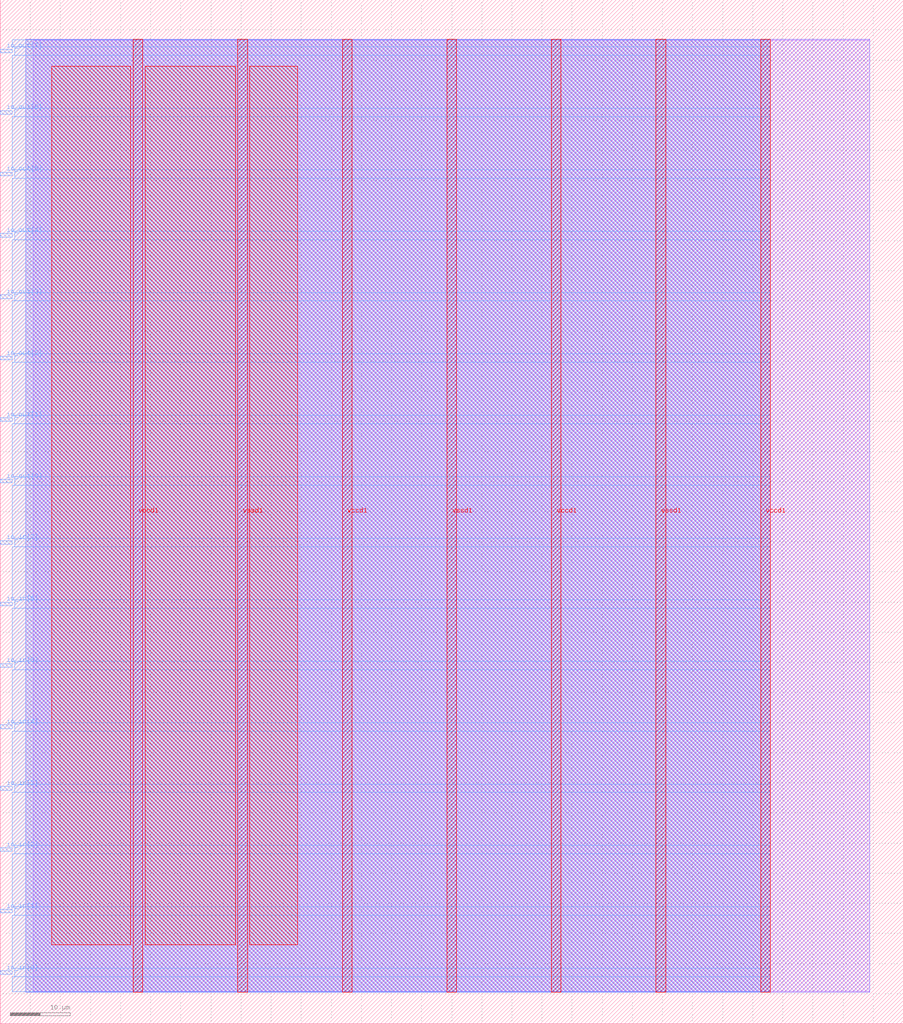
<source format=lef>
VERSION 5.7 ;
  NOWIREEXTENSIONATPIN ON ;
  DIVIDERCHAR "/" ;
  BUSBITCHARS "[]" ;
MACRO mm21_LEDMatrixTop
  CLASS BLOCK ;
  FOREIGN mm21_LEDMatrixTop ;
  ORIGIN 0.000 0.000 ;
  SIZE 150.000 BY 170.000 ;
  PIN io_in[0]
    DIRECTION INPUT ;
    USE SIGNAL ;
    PORT
      LAYER met3 ;
        RECT 0.000 8.200 2.000 8.800 ;
    END
  END io_in[0]
  PIN io_in[1]
    DIRECTION INPUT ;
    USE SIGNAL ;
    PORT
      LAYER met3 ;
        RECT 0.000 18.400 2.000 19.000 ;
    END
  END io_in[1]
  PIN io_in[2]
    DIRECTION INPUT ;
    USE SIGNAL ;
    PORT
      LAYER met3 ;
        RECT 0.000 28.600 2.000 29.200 ;
    END
  END io_in[2]
  PIN io_in[3]
    DIRECTION INPUT ;
    USE SIGNAL ;
    PORT
      LAYER met3 ;
        RECT 0.000 38.800 2.000 39.400 ;
    END
  END io_in[3]
  PIN io_in[4]
    DIRECTION INPUT ;
    USE SIGNAL ;
    PORT
      LAYER met3 ;
        RECT 0.000 49.000 2.000 49.600 ;
    END
  END io_in[4]
  PIN io_in[5]
    DIRECTION INPUT ;
    USE SIGNAL ;
    PORT
      LAYER met3 ;
        RECT 0.000 59.200 2.000 59.800 ;
    END
  END io_in[5]
  PIN io_in[6]
    DIRECTION INPUT ;
    USE SIGNAL ;
    PORT
      LAYER met3 ;
        RECT 0.000 69.400 2.000 70.000 ;
    END
  END io_in[6]
  PIN io_in[7]
    DIRECTION INPUT ;
    USE SIGNAL ;
    PORT
      LAYER met3 ;
        RECT 0.000 79.600 2.000 80.200 ;
    END
  END io_in[7]
  PIN io_out[0]
    DIRECTION OUTPUT TRISTATE ;
    USE SIGNAL ;
    PORT
      LAYER met3 ;
        RECT 0.000 89.800 2.000 90.400 ;
    END
  END io_out[0]
  PIN io_out[1]
    DIRECTION OUTPUT TRISTATE ;
    USE SIGNAL ;
    PORT
      LAYER met3 ;
        RECT 0.000 100.000 2.000 100.600 ;
    END
  END io_out[1]
  PIN io_out[2]
    DIRECTION OUTPUT TRISTATE ;
    USE SIGNAL ;
    PORT
      LAYER met3 ;
        RECT 0.000 110.200 2.000 110.800 ;
    END
  END io_out[2]
  PIN io_out[3]
    DIRECTION OUTPUT TRISTATE ;
    USE SIGNAL ;
    PORT
      LAYER met3 ;
        RECT 0.000 120.400 2.000 121.000 ;
    END
  END io_out[3]
  PIN io_out[4]
    DIRECTION OUTPUT TRISTATE ;
    USE SIGNAL ;
    PORT
      LAYER met3 ;
        RECT 0.000 130.600 2.000 131.200 ;
    END
  END io_out[4]
  PIN io_out[5]
    DIRECTION OUTPUT TRISTATE ;
    USE SIGNAL ;
    PORT
      LAYER met3 ;
        RECT 0.000 140.800 2.000 141.400 ;
    END
  END io_out[5]
  PIN io_out[6]
    DIRECTION OUTPUT TRISTATE ;
    USE SIGNAL ;
    PORT
      LAYER met3 ;
        RECT 0.000 151.000 2.000 151.600 ;
    END
  END io_out[6]
  PIN io_out[7]
    DIRECTION OUTPUT TRISTATE ;
    USE SIGNAL ;
    PORT
      LAYER met3 ;
        RECT 0.000 161.200 2.000 161.800 ;
    END
  END io_out[7]
  PIN vccd1
    DIRECTION INOUT ;
    USE POWER ;
    PORT
      LAYER met4 ;
        RECT 22.090 5.200 23.690 163.440 ;
    END
    PORT
      LAYER met4 ;
        RECT 56.830 5.200 58.430 163.440 ;
    END
    PORT
      LAYER met4 ;
        RECT 91.570 5.200 93.170 163.440 ;
    END
    PORT
      LAYER met4 ;
        RECT 126.310 5.200 127.910 163.440 ;
    END
  END vccd1
  PIN vssd1
    DIRECTION INOUT ;
    USE GROUND ;
    PORT
      LAYER met4 ;
        RECT 39.460 5.200 41.060 163.440 ;
    END
    PORT
      LAYER met4 ;
        RECT 74.200 5.200 75.800 163.440 ;
    END
    PORT
      LAYER met4 ;
        RECT 108.940 5.200 110.540 163.440 ;
    END
  END vssd1
  OBS
      LAYER li1 ;
        RECT 5.520 5.355 144.440 163.285 ;
      LAYER met1 ;
        RECT 4.210 5.200 144.440 163.440 ;
      LAYER met2 ;
        RECT 4.240 5.255 127.880 163.385 ;
      LAYER met3 ;
        RECT 2.000 162.200 127.900 163.365 ;
        RECT 2.400 160.800 127.900 162.200 ;
        RECT 2.000 152.000 127.900 160.800 ;
        RECT 2.400 150.600 127.900 152.000 ;
        RECT 2.000 141.800 127.900 150.600 ;
        RECT 2.400 140.400 127.900 141.800 ;
        RECT 2.000 131.600 127.900 140.400 ;
        RECT 2.400 130.200 127.900 131.600 ;
        RECT 2.000 121.400 127.900 130.200 ;
        RECT 2.400 120.000 127.900 121.400 ;
        RECT 2.000 111.200 127.900 120.000 ;
        RECT 2.400 109.800 127.900 111.200 ;
        RECT 2.000 101.000 127.900 109.800 ;
        RECT 2.400 99.600 127.900 101.000 ;
        RECT 2.000 90.800 127.900 99.600 ;
        RECT 2.400 89.400 127.900 90.800 ;
        RECT 2.000 80.600 127.900 89.400 ;
        RECT 2.400 79.200 127.900 80.600 ;
        RECT 2.000 70.400 127.900 79.200 ;
        RECT 2.400 69.000 127.900 70.400 ;
        RECT 2.000 60.200 127.900 69.000 ;
        RECT 2.400 58.800 127.900 60.200 ;
        RECT 2.000 50.000 127.900 58.800 ;
        RECT 2.400 48.600 127.900 50.000 ;
        RECT 2.000 39.800 127.900 48.600 ;
        RECT 2.400 38.400 127.900 39.800 ;
        RECT 2.000 29.600 127.900 38.400 ;
        RECT 2.400 28.200 127.900 29.600 ;
        RECT 2.000 19.400 127.900 28.200 ;
        RECT 2.400 18.000 127.900 19.400 ;
        RECT 2.000 9.200 127.900 18.000 ;
        RECT 2.400 7.800 127.900 9.200 ;
        RECT 2.000 5.275 127.900 7.800 ;
      LAYER met4 ;
        RECT 8.575 13.095 21.690 158.945 ;
        RECT 24.090 13.095 39.060 158.945 ;
        RECT 41.460 13.095 49.385 158.945 ;
  END
END mm21_LEDMatrixTop
END LIBRARY


</source>
